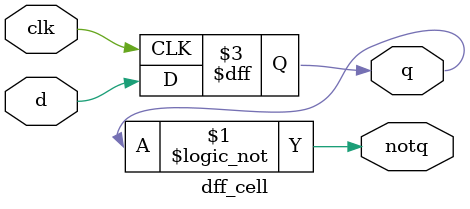
<source format=v>
`define default_netname none

module buffer_cell (
    input wire in,
    output wire out
    );
    assign out = in;
endmodule

module and_cell (
    input wire a,
    input wire b,
    output wire out
    );

    assign out = a & b;
endmodule

module or_cell (
    input wire a,
    input wire b,
    output wire out
    );

    assign out = a | b;
endmodule

module xor_cell (
    input wire a,
    input wire b,
    output wire out
    );

    assign out = a ^ b;
endmodule

module nand_cell (
    input wire a,
    input wire b,
    output wire out
    );

    assign out = !(a&b);
endmodule

module not_cell (
    input wire in,
    output wire out
    );

    assign out = !in;
endmodule

module mux_cell (
    input wire a,
    input wire b,
    input wire sel,
    output wire out
    );

    assign out = sel ? a : b;
endmodule

module dff_cell (
    input wire clk,
    input wire d,
    output reg q,
    output wire notq
    );

    assign notq = !q;
    always @(posedge clk)
        q <= d;
     
endmodule

</source>
